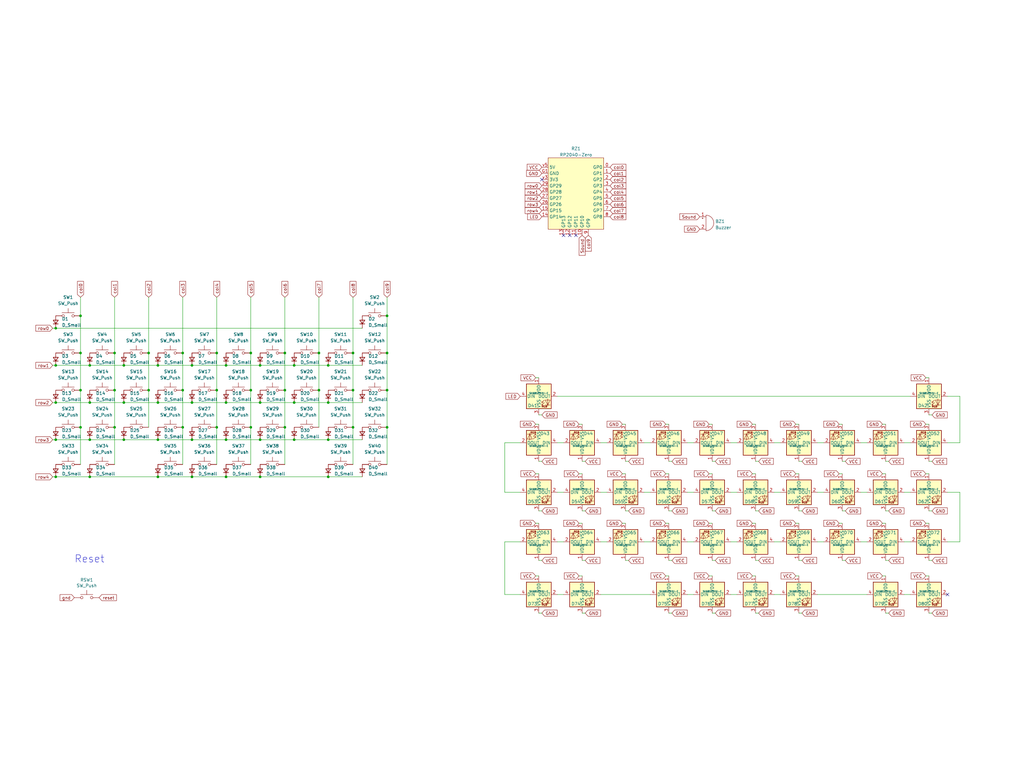
<source format=kicad_sch>
(kicad_sch (version 20230121) (generator eeschema)
  (paper "User" 419.989 319.989)
  (junction (at 102.87 175.26))
  (junction (at 22.86 195.58))
  (junction (at 88.9 175.26))
  (junction (at 144.78 144.78))
  (junction (at 50.8 180.34))
  (junction (at 64.77 165.1))
  (junction (at 144.78 175.26))
  (junction (at 88.9 144.78))
  (junction (at 92.71 180.34))
  (junction (at 158.75 160.02))
  (junction (at 36.83 149.86))
  (junction (at 130.81 144.78))
  (junction (at 36.83 180.34))
  (junction (at 134.62 165.1))
  (junction (at 106.68 195.58))
  (junction (at 106.68 165.1))
  (junction (at 116.84 160.02))
  (junction (at 46.99 175.26))
  (junction (at 102.87 160.02))
  (junction (at 102.87 144.78))
  (junction (at 64.77 149.86))
  (junction (at 120.65 165.1))
  (junction (at 78.74 180.34))
  (junction (at 46.99 144.78))
  (junction (at 92.71 149.86))
  (junction (at 22.86 149.86))
  (junction (at 60.96 144.78))
  (junction (at 120.65 149.86))
  (junction (at 64.77 195.58))
  (junction (at 78.74 195.58))
  (junction (at 74.93 144.78))
  (junction (at 144.78 160.02))
  (junction (at 130.81 160.02))
  (junction (at 36.83 195.58))
  (junction (at 116.84 144.78))
  (junction (at 22.86 165.1))
  (junction (at 33.02 175.26))
  (junction (at 106.68 149.86))
  (junction (at 36.83 165.1))
  (junction (at 50.8 165.1))
  (junction (at 74.93 160.02))
  (junction (at 33.02 129.54))
  (junction (at 158.75 144.78))
  (junction (at 78.74 165.1))
  (junction (at 106.68 180.34))
  (junction (at 46.99 160.02))
  (junction (at 134.62 149.86))
  (junction (at 120.65 180.34))
  (junction (at 33.02 144.78))
  (junction (at 158.75 175.26))
  (junction (at 134.62 195.58))
  (junction (at 64.77 180.34))
  (junction (at 92.71 165.1))
  (junction (at 60.96 160.02))
  (junction (at 88.9 160.02))
  (junction (at 33.02 160.02))
  (junction (at 78.74 149.86))
  (junction (at 22.86 134.62))
  (junction (at 116.84 175.26))
  (junction (at 134.62 180.34))
  (junction (at 92.71 195.58))
  (junction (at 74.93 175.26))
  (junction (at 50.8 149.86))
  (junction (at 22.86 180.34))
  (junction (at 158.75 129.54))
  (no_connect (at 233.68 96.52))
  (no_connect (at 231.14 96.52))
  (no_connect (at 236.22 96.52))
  (no_connect (at 222.25 73.66))
  (no_connect (at 388.62 243.84))
  (wire (pts (xy 228.6 243.84) (xy 231.14 243.84)))
  (wire (pts (xy 311.15 209.55) (xy 309.88 209.55)))
  (wire (pts (xy 382.27 189.23) (xy 381 189.23)))
  (wire (pts (xy 246.38 181.61) (xy 248.92 181.61)))
  (wire (pts (xy 64.77 165.1) (xy 78.74 165.1)))
  (wire (pts (xy 346.71 189.23) (xy 345.44 189.23)))
  (wire (pts (xy 361.95 173.99) (xy 363.22 173.99)))
  (wire (pts (xy 207.01 222.25) (xy 207.01 243.84)))
  (wire (pts (xy 207.01 243.84) (xy 213.36 243.84)))
  (wire (pts (xy 88.9 144.78) (xy 88.9 160.02)))
  (wire (pts (xy 237.49 173.99) (xy 238.76 173.99)))
  (wire (pts (xy 74.93 175.26) (xy 74.93 190.5)))
  (wire (pts (xy 246.38 201.93) (xy 248.92 201.93)))
  (wire (pts (xy 240.03 189.23) (xy 238.76 189.23)))
  (wire (pts (xy 364.49 229.87) (xy 363.22 229.87)))
  (wire (pts (xy 134.62 180.34) (xy 148.59 180.34)))
  (wire (pts (xy 379.73 154.94) (xy 381 154.94)))
  (wire (pts (xy 353.06 201.93) (xy 355.6 201.93)))
  (wire (pts (xy 382.27 251.46) (xy 381 251.46)))
  (wire (pts (xy 326.39 236.22) (xy 327.66 236.22)))
  (wire (pts (xy 102.87 175.26) (xy 102.87 190.5)))
  (wire (pts (xy 361.95 194.31) (xy 363.22 194.31)))
  (wire (pts (xy 106.68 149.86) (xy 120.65 149.86)))
  (wire (pts (xy 116.84 121.92) (xy 116.84 144.78)))
  (wire (pts (xy 346.71 209.55) (xy 345.44 209.55)))
  (wire (pts (xy 21.59 149.86) (xy 22.86 149.86)))
  (wire (pts (xy 46.99 144.78) (xy 46.99 160.02)))
  (wire (pts (xy 22.86 134.62) (xy 148.59 134.62)))
  (wire (pts (xy 382.27 229.87) (xy 381 229.87)))
  (wire (pts (xy 120.65 180.34) (xy 134.62 180.34)))
  (wire (pts (xy 364.49 251.46) (xy 363.22 251.46)))
  (wire (pts (xy 21.59 134.62) (xy 22.86 134.62)))
  (wire (pts (xy 144.78 121.92) (xy 144.78 144.78)))
  (wire (pts (xy 281.94 201.93) (xy 284.48 201.93)))
  (wire (pts (xy 92.71 165.1) (xy 106.68 165.1)))
  (wire (pts (xy 264.16 222.25) (xy 266.7 222.25)))
  (wire (pts (xy 290.83 214.63) (xy 292.1 214.63)))
  (wire (pts (xy 130.81 160.02) (xy 130.81 175.26)))
  (wire (pts (xy 273.05 194.31) (xy 274.32 194.31)))
  (wire (pts (xy 102.87 121.92) (xy 102.87 144.78)))
  (wire (pts (xy 74.93 144.78) (xy 74.93 160.02)))
  (wire (pts (xy 120.65 165.1) (xy 134.62 165.1)))
  (wire (pts (xy 228.6 162.56) (xy 373.38 162.56)))
  (wire (pts (xy 50.8 165.1) (xy 64.77 165.1)))
  (wire (pts (xy 21.59 165.1) (xy 22.86 165.1)))
  (wire (pts (xy 237.49 236.22) (xy 238.76 236.22)))
  (wire (pts (xy 299.72 243.84) (xy 302.26 243.84)))
  (wire (pts (xy 344.17 194.31) (xy 345.44 194.31)))
  (wire (pts (xy 222.25 251.46) (xy 220.98 251.46)))
  (wire (pts (xy 78.74 180.34) (xy 92.71 180.34)))
  (wire (pts (xy 257.81 209.55) (xy 256.54 209.55)))
  (wire (pts (xy 36.83 195.58) (xy 64.77 195.58)))
  (wire (pts (xy 370.84 222.25) (xy 373.38 222.25)))
  (wire (pts (xy 273.05 214.63) (xy 274.32 214.63)))
  (wire (pts (xy 144.78 160.02) (xy 144.78 175.26)))
  (wire (pts (xy 299.72 181.61) (xy 302.26 181.61)))
  (wire (pts (xy 222.25 209.55) (xy 220.98 209.55)))
  (wire (pts (xy 50.8 149.86) (xy 64.77 149.86)))
  (wire (pts (xy 328.93 229.87) (xy 327.66 229.87)))
  (wire (pts (xy 308.61 194.31) (xy 309.88 194.31)))
  (wire (pts (xy 346.71 229.87) (xy 345.44 229.87)))
  (wire (pts (xy 158.75 175.26) (xy 158.75 190.5)))
  (wire (pts (xy 60.96 144.78) (xy 60.96 160.02)))
  (wire (pts (xy 219.71 154.94) (xy 220.98 154.94)))
  (wire (pts (xy 379.73 194.31) (xy 381 194.31)))
  (wire (pts (xy 228.6 181.61) (xy 231.14 181.61)))
  (wire (pts (xy 22.86 195.58) (xy 36.83 195.58)))
  (wire (pts (xy 293.37 189.23) (xy 292.1 189.23)))
  (wire (pts (xy 393.7 201.93) (xy 393.7 222.25)))
  (wire (pts (xy 299.72 222.25) (xy 302.26 222.25)))
  (wire (pts (xy 308.61 173.99) (xy 309.88 173.99)))
  (wire (pts (xy 88.9 175.26) (xy 88.9 190.5)))
  (wire (pts (xy 370.84 181.61) (xy 373.38 181.61)))
  (wire (pts (xy 134.62 149.86) (xy 148.59 149.86)))
  (wire (pts (xy 240.03 229.87) (xy 238.76 229.87)))
  (wire (pts (xy 393.7 181.61) (xy 388.62 181.61)))
  (wire (pts (xy 388.62 162.56) (xy 393.7 162.56)))
  (wire (pts (xy 144.78 144.78) (xy 144.78 160.02)))
  (wire (pts (xy 311.15 189.23) (xy 309.88 189.23)))
  (wire (pts (xy 273.05 173.99) (xy 274.32 173.99)))
  (wire (pts (xy 106.68 195.58) (xy 134.62 195.58)))
  (wire (pts (xy 46.99 121.92) (xy 46.99 144.78)))
  (wire (pts (xy 78.74 165.1) (xy 92.71 165.1)))
  (wire (pts (xy 64.77 180.34) (xy 78.74 180.34)))
  (wire (pts (xy 275.59 251.46) (xy 274.32 251.46)))
  (wire (pts (xy 213.36 222.25) (xy 207.01 222.25)))
  (wire (pts (xy 21.59 195.58) (xy 22.86 195.58)))
  (wire (pts (xy 158.75 144.78) (xy 158.75 160.02)))
  (wire (pts (xy 74.93 160.02) (xy 74.93 175.26)))
  (wire (pts (xy 22.86 165.1) (xy 36.83 165.1)))
  (wire (pts (xy 222.25 229.87) (xy 220.98 229.87)))
  (wire (pts (xy 102.87 144.78) (xy 102.87 160.02)))
  (wire (pts (xy 21.59 180.34) (xy 22.86 180.34)))
  (wire (pts (xy 293.37 229.87) (xy 292.1 229.87)))
  (wire (pts (xy 102.87 160.02) (xy 102.87 175.26)))
  (wire (pts (xy 92.71 180.34) (xy 106.68 180.34)))
  (wire (pts (xy 158.75 160.02) (xy 158.75 175.26)))
  (wire (pts (xy 364.49 189.23) (xy 363.22 189.23)))
  (wire (pts (xy 237.49 194.31) (xy 238.76 194.31)))
  (wire (pts (xy 273.05 236.22) (xy 274.32 236.22)))
  (wire (pts (xy 344.17 173.99) (xy 345.44 173.99)))
  (wire (pts (xy 219.71 214.63) (xy 220.98 214.63)))
  (wire (pts (xy 393.7 162.56) (xy 393.7 181.61)))
  (wire (pts (xy 106.68 165.1) (xy 120.65 165.1)))
  (wire (pts (xy 240.03 209.55) (xy 238.76 209.55)))
  (wire (pts (xy 379.73 173.99) (xy 381 173.99)))
  (wire (pts (xy 335.28 201.93) (xy 337.82 201.93)))
  (wire (pts (xy 264.16 181.61) (xy 266.7 181.61)))
  (wire (pts (xy 308.61 236.22) (xy 309.88 236.22)))
  (wire (pts (xy 311.15 229.87) (xy 309.88 229.87)))
  (wire (pts (xy 290.83 236.22) (xy 292.1 236.22)))
  (wire (pts (xy 326.39 173.99) (xy 327.66 173.99)))
  (wire (pts (xy 222.25 170.18) (xy 220.98 170.18)))
  (wire (pts (xy 46.99 175.26) (xy 46.99 190.5)))
  (wire (pts (xy 144.78 175.26) (xy 144.78 190.5)))
  (wire (pts (xy 74.93 121.92) (xy 74.93 144.78)))
  (wire (pts (xy 335.28 222.25) (xy 337.82 222.25)))
  (wire (pts (xy 335.28 243.84) (xy 355.6 243.84)))
  (wire (pts (xy 255.27 194.31) (xy 256.54 194.31)))
  (wire (pts (xy 246.38 243.84) (xy 266.7 243.84)))
  (wire (pts (xy 134.62 165.1) (xy 148.59 165.1)))
  (wire (pts (xy 116.84 144.78) (xy 116.84 160.02)))
  (wire (pts (xy 393.7 222.25) (xy 388.62 222.25)))
  (wire (pts (xy 255.27 173.99) (xy 256.54 173.99)))
  (wire (pts (xy 281.94 243.84) (xy 284.48 243.84)))
  (wire (pts (xy 158.75 121.92) (xy 158.75 129.54)))
  (wire (pts (xy 237.49 214.63) (xy 238.76 214.63)))
  (wire (pts (xy 219.71 173.99) (xy 220.98 173.99)))
  (wire (pts (xy 328.93 251.46) (xy 327.66 251.46)))
  (wire (pts (xy 116.84 160.02) (xy 116.84 175.26)))
  (wire (pts (xy 326.39 214.63) (xy 327.66 214.63)))
  (wire (pts (xy 382.27 170.18) (xy 381 170.18)))
  (wire (pts (xy 246.38 222.25) (xy 248.92 222.25)))
  (wire (pts (xy 33.02 175.26) (xy 33.02 190.5)))
  (wire (pts (xy 213.36 181.61) (xy 207.01 181.61)))
  (wire (pts (xy 275.59 229.87) (xy 274.32 229.87)))
  (wire (pts (xy 207.01 201.93) (xy 213.36 201.93)))
  (wire (pts (xy 370.84 243.84) (xy 373.38 243.84)))
  (wire (pts (xy 88.9 121.92) (xy 88.9 144.78)))
  (wire (pts (xy 335.28 181.61) (xy 337.82 181.61)))
  (wire (pts (xy 317.5 181.61) (xy 320.04 181.61)))
  (wire (pts (xy 293.37 209.55) (xy 292.1 209.55)))
  (wire (pts (xy 33.02 129.54) (xy 33.02 144.78)))
  (wire (pts (xy 219.71 236.22) (xy 220.98 236.22)))
  (wire (pts (xy 22.86 180.34) (xy 36.83 180.34)))
  (wire (pts (xy 36.83 149.86) (xy 50.8 149.86)))
  (wire (pts (xy 78.74 195.58) (xy 92.71 195.58)))
  (wire (pts (xy 92.71 195.58) (xy 106.68 195.58)))
  (wire (pts (xy 64.77 195.58) (xy 78.74 195.58)))
  (wire (pts (xy 281.94 222.25) (xy 284.48 222.25)))
  (wire (pts (xy 281.94 181.61) (xy 284.48 181.61)))
  (wire (pts (xy 130.81 144.78) (xy 130.81 160.02)))
  (wire (pts (xy 50.8 180.34) (xy 64.77 180.34)))
  (wire (pts (xy 379.73 214.63) (xy 381 214.63)))
  (wire (pts (xy 328.93 189.23) (xy 327.66 189.23)))
  (wire (pts (xy 326.39 194.31) (xy 327.66 194.31)))
  (wire (pts (xy 293.37 251.46) (xy 292.1 251.46)))
  (wire (pts (xy 370.84 201.93) (xy 373.38 201.93)))
  (wire (pts (xy 364.49 209.55) (xy 363.22 209.55)))
  (wire (pts (xy 46.99 160.02) (xy 46.99 175.26)))
  (wire (pts (xy 158.75 129.54) (xy 158.75 144.78)))
  (wire (pts (xy 60.96 121.92) (xy 60.96 144.78)))
  (wire (pts (xy 275.59 209.55) (xy 274.32 209.55)))
  (wire (pts (xy 382.27 209.55) (xy 381 209.55)))
  (wire (pts (xy 257.81 189.23) (xy 256.54 189.23)))
  (wire (pts (xy 219.71 194.31) (xy 220.98 194.31)))
  (wire (pts (xy 317.5 243.84) (xy 320.04 243.84)))
  (wire (pts (xy 228.6 222.25) (xy 231.14 222.25)))
  (wire (pts (xy 317.5 201.93) (xy 320.04 201.93)))
  (wire (pts (xy 311.15 251.46) (xy 309.88 251.46)))
  (wire (pts (xy 290.83 173.99) (xy 292.1 173.99)))
  (wire (pts (xy 207.01 181.61) (xy 207.01 201.93)))
  (wire (pts (xy 353.06 222.25) (xy 355.6 222.25)))
  (wire (pts (xy 328.93 209.55) (xy 327.66 209.55)))
  (wire (pts (xy 33.02 144.78) (xy 33.02 160.02)))
  (wire (pts (xy 64.77 149.86) (xy 78.74 149.86)))
  (wire (pts (xy 88.9 160.02) (xy 88.9 175.26)))
  (wire (pts (xy 33.02 121.92) (xy 33.02 129.54)))
  (wire (pts (xy 134.62 195.58) (xy 148.59 195.58)))
  (wire (pts (xy 257.81 229.87) (xy 256.54 229.87)))
  (wire (pts (xy 299.72 201.93) (xy 302.26 201.93)))
  (wire (pts (xy 130.81 121.92) (xy 130.81 144.78)))
  (wire (pts (xy 317.5 222.25) (xy 320.04 222.25)))
  (wire (pts (xy 353.06 181.61) (xy 355.6 181.61)))
  (wire (pts (xy 36.83 165.1) (xy 50.8 165.1)))
  (wire (pts (xy 388.62 201.93) (xy 393.7 201.93)))
  (wire (pts (xy 308.61 214.63) (xy 309.88 214.63)))
  (wire (pts (xy 228.6 201.93) (xy 231.14 201.93)))
  (wire (pts (xy 60.96 160.02) (xy 60.96 175.26)))
  (wire (pts (xy 255.27 214.63) (xy 256.54 214.63)))
  (wire (pts (xy 222.25 189.23) (xy 220.98 189.23)))
  (wire (pts (xy 290.83 194.31) (xy 292.1 194.31)))
  (wire (pts (xy 106.68 180.34) (xy 120.65 180.34)))
  (wire (pts (xy 264.16 201.93) (xy 266.7 201.93)))
  (wire (pts (xy 92.71 149.86) (xy 106.68 149.86)))
  (wire (pts (xy 120.65 149.86) (xy 134.62 149.86)))
  (wire (pts (xy 344.17 214.63) (xy 345.44 214.63)))
  (wire (pts (xy 22.86 149.86) (xy 36.83 149.86)))
  (wire (pts (xy 275.59 189.23) (xy 274.32 189.23)))
  (wire (pts (xy 78.74 149.86) (xy 92.71 149.86)))
  (wire (pts (xy 116.84 175.26) (xy 116.84 190.5)))
  (wire (pts (xy 379.73 236.22) (xy 381 236.22)))
  (wire (pts (xy 361.95 236.22) (xy 363.22 236.22)))
  (wire (pts (xy 36.83 180.34) (xy 50.8 180.34)))
  (wire (pts (xy 240.03 251.46) (xy 238.76 251.46)))
  (wire (pts (xy 33.02 160.02) (xy 33.02 175.26)))
  (wire (pts (xy 361.95 214.63) (xy 363.22 214.63)))
  (text "Reset" (at 30.48 231.14 0) (effects (font (size 2.9972 2.9972)) (justify left bottom)))
  (global_label "GND" (shape input) (at 328.93 251.46 0) (property "Intersheetrefs" "${INTERSHEET_REFS}" (effects hide)))
  (global_label "VCC" (shape input) (at 219.71 194.31 180) (property "Intersheetrefs" "${INTERSHEET_REFS}" (effects hide)))
  (global_label "GND" (shape input) (at 364.49 251.46 0) (property "Intersheetrefs" "${INTERSHEET_REFS}" (effects hide)))
  (global_label "GND" (shape input) (at 222.25 170.18 0) (property "Intersheetrefs" "${INTERSHEET_REFS}" (effects hide)))
  (global_label "row3" (shape input) (at 222.25 83.82 180) (property "Intersheetrefs" "${INTERSHEET_REFS}" (effects hide)))
  (global_label "VCC" (shape input) (at 255.27 194.31 180) (property "Intersheetrefs" "${INTERSHEET_REFS}" (effects hide)))
  (global_label "VCC" (shape input) (at 237.49 194.31 180) (property "Intersheetrefs" "${INTERSHEET_REFS}" (effects hide)))
  (global_label "GND" (shape input) (at 311.15 251.46 0) (property "Intersheetrefs" "${INTERSHEET_REFS}" (effects hide)))
  (global_label "row1" (shape input) (at 222.25 78.74 180) (property "Intersheetrefs" "${INTERSHEET_REFS}" (effects hide)))
  (global_label "VCC" (shape input) (at 240.03 229.87 0) (property "Intersheetrefs" "${INTERSHEET_REFS}" (effects hide)))
  (global_label "VCC" (shape input) (at 219.71 236.22 180) (property "Intersheetrefs" "${INTERSHEET_REFS}" (effects hide)))
  (global_label "VCC" (shape input) (at 237.49 236.22 180) (property "Intersheetrefs" "${INTERSHEET_REFS}" (effects hide)))
  (global_label "VCC" (shape input) (at 328.93 229.87 0) (property "Intersheetrefs" "${INTERSHEET_REFS}" (effects hide)))
  (global_label "col1" (shape input) (at 46.99 121.92 90) (property "Intersheetrefs" "${INTERSHEET_REFS}" (effects hide)))
  (global_label "GND" (shape input) (at 290.83 214.63 180) (property "Intersheetrefs" "${INTERSHEET_REFS}" (effects hide)))
  (global_label "VCC" (shape input) (at 222.25 68.58 180) (property "Intersheetrefs" "${INTERSHEET_REFS}" (effects hide)))
  (global_label "col8" (shape input) (at 144.78 121.92 90) (property "Intersheetrefs" "${INTERSHEET_REFS}" (effects hide)))
  (global_label "LED" (shape input) (at 222.25 88.9 180) (property "Intersheetrefs" "${INTERSHEET_REFS}" (effects hide)))
  (global_label "GND" (shape input) (at 237.49 173.99 180) (property "Intersheetrefs" "${INTERSHEET_REFS}" (effects hide)))
  (global_label "reset" (shape input) (at 40.64 245.11 0) (property "Intersheetrefs" "${INTERSHEET_REFS}" (effects hide)))
  (global_label "row2" (shape input) (at 222.25 81.28 180) (property "Intersheetrefs" "${INTERSHEET_REFS}" (effects hide)))
  (global_label "row4" (shape input) (at 21.59 195.58 180) (property "Intersheetrefs" "${INTERSHEET_REFS}" (effects hide)))
  (global_label "row1" (shape input) (at 21.59 149.86 180) (property "Intersheetrefs" "${INTERSHEET_REFS}" (effects hide)))
  (global_label "GND" (shape input) (at 326.39 214.63 180) (property "Intersheetrefs" "${INTERSHEET_REFS}" (effects hide)))
  (global_label "GND" (shape input) (at 222.25 251.46 0) (property "Intersheetrefs" "${INTERSHEET_REFS}" (effects hide)))
  (global_label "GND" (shape input) (at 222.25 71.12 180) (property "Intersheetrefs" "${INTERSHEET_REFS}" (effects hide)))
  (global_label "VCC" (shape input) (at 293.37 229.87 0) (property "Intersheetrefs" "${INTERSHEET_REFS}" (effects hide)))
  (global_label "VCC" (shape input) (at 326.39 194.31 180) (property "Intersheetrefs" "${INTERSHEET_REFS}" (effects hide)))
  (global_label "GND" (shape input) (at 382.27 209.55 0) (property "Intersheetrefs" "${INTERSHEET_REFS}" (effects hide)))
  (global_label "GND" (shape input) (at 346.71 209.55 0) (property "Intersheetrefs" "${INTERSHEET_REFS}" (effects hide)))
  (global_label "GND" (shape input) (at 237.49 214.63 180) (property "Intersheetrefs" "${INTERSHEET_REFS}" (effects hide)))
  (global_label "GND" (shape input) (at 293.37 251.46 0) (property "Intersheetrefs" "${INTERSHEET_REFS}" (effects hide)))
  (global_label "GND" (shape input) (at 379.73 173.99 180) (property "Intersheetrefs" "${INTERSHEET_REFS}" (effects hide)))
  (global_label "VCC" (shape input) (at 379.73 194.31 180) (property "Intersheetrefs" "${INTERSHEET_REFS}" (effects hide)))
  (global_label "col3" (shape input) (at 74.93 121.92 90) (property "Intersheetrefs" "${INTERSHEET_REFS}" (effects hide)))
  (global_label "VCC" (shape input) (at 273.05 194.31 180) (property "Intersheetrefs" "${INTERSHEET_REFS}" (effects hide)))
  (global_label "VCC" (shape input) (at 293.37 189.23 0) (property "Intersheetrefs" "${INTERSHEET_REFS}" (effects hide)))
  (global_label "col6" (shape input) (at 116.84 121.92 90) (property "Intersheetrefs" "${INTERSHEET_REFS}" (effects hide)))
  (global_label "VCC" (shape input) (at 382.27 189.23 0) (property "Intersheetrefs" "${INTERSHEET_REFS}" (effects hide)))
  (global_label "col5" (shape input) (at 102.87 121.92 90) (property "Intersheetrefs" "${INTERSHEET_REFS}" (effects hide)))
  (global_label "VCC" (shape input) (at 257.81 229.87 0) (property "Intersheetrefs" "${INTERSHEET_REFS}" (effects hide)))
  (global_label "col7" (shape input) (at 130.81 121.92 90) (property "Intersheetrefs" "${INTERSHEET_REFS}" (effects hide)))
  (global_label "VCC" (shape input) (at 257.81 189.23 0) (property "Intersheetrefs" "${INTERSHEET_REFS}" (effects hide)))
  (global_label "GND" (shape input) (at 290.83 173.99 180) (property "Intersheetrefs" "${INTERSHEET_REFS}" (effects hide)))
  (global_label "VCC" (shape input) (at 290.83 194.31 180) (property "Intersheetrefs" "${INTERSHEET_REFS}" (effects hide)))
  (global_label "GND" (shape input) (at 275.59 251.46 0) (property "Intersheetrefs" "${INTERSHEET_REFS}" (effects hide)))
  (global_label "row4" (shape input) (at 222.25 86.36 180) (property "Intersheetrefs" "${INTERSHEET_REFS}" (effects hide)))
  (global_label "VCC" (shape input) (at 379.73 236.22 180) (property "Intersheetrefs" "${INTERSHEET_REFS}" (effects hide)))
  (global_label "VCC" (shape input) (at 275.59 189.23 0) (property "Intersheetrefs" "${INTERSHEET_REFS}" (effects hide)))
  (global_label "Sound" (shape input) (at 238.76 96.52 270) (property "Intersheetrefs" "${INTERSHEET_REFS}" (effects hide)))
  (global_label "VCC" (shape input) (at 240.03 189.23 0) (property "Intersheetrefs" "${INTERSHEET_REFS}" (effects hide)))
  (global_label "GND" (shape input) (at 344.17 214.63 180) (property "Intersheetrefs" "${INTERSHEET_REFS}" (effects hide)))
  (global_label "col9" (shape input) (at 158.75 121.92 90) (property "Intersheetrefs" "${INTERSHEET_REFS}" (effects hide)))
  (global_label "GND" (shape input) (at 293.37 209.55 0) (property "Intersheetrefs" "${INTERSHEET_REFS}" (effects hide)))
  (global_label "VCC" (shape input) (at 311.15 189.23 0) (property "Intersheetrefs" "${INTERSHEET_REFS}" (effects hide)))
  (global_label "VCC" (shape input) (at 346.71 189.23 0) (property "Intersheetrefs" "${INTERSHEET_REFS}" (effects hide)))
  (global_label "VCC" (shape input) (at 346.71 229.87 0) (property "Intersheetrefs" "${INTERSHEET_REFS}" (effects hide)))
  (global_label "GND" (shape input) (at 255.27 214.63 180) (property "Intersheetrefs" "${INTERSHEET_REFS}" (effects hide)))
  (global_label "col2" (shape input) (at 60.96 121.92 90) (property "Intersheetrefs" "${INTERSHEET_REFS}" (effects hide)))
  (global_label "GND" (shape input) (at 275.59 209.55 0) (property "Intersheetrefs" "${INTERSHEET_REFS}" (effects hide)))
  (global_label "VCC" (shape input) (at 344.17 194.31 180) (property "Intersheetrefs" "${INTERSHEET_REFS}" (effects hide)))
  (global_label "GND" (shape input) (at 222.25 209.55 0) (property "Intersheetrefs" "${INTERSHEET_REFS}" (effects hide)))
  (global_label "GND" (shape input) (at 382.27 251.46 0) (property "Intersheetrefs" "${INTERSHEET_REFS}" (effects hide)))
  (global_label "VCC" (shape input) (at 379.73 154.94 180) (property "Intersheetrefs" "${INTERSHEET_REFS}" (effects hide)))
  (global_label "VCC" (shape input) (at 275.59 229.87 0) (property "Intersheetrefs" "${INTERSHEET_REFS}" (effects hide)))
  (global_label "GND" (shape input) (at 219.71 173.99 180) (property "Intersheetrefs" "${INTERSHEET_REFS}" (effects hide)))
  (global_label "row0" (shape input) (at 222.25 76.2 180) (property "Intersheetrefs" "${INTERSHEET_REFS}" (effects hide)))
  (global_label "GND" (shape input) (at 344.17 173.99 180) (property "Intersheetrefs" "${INTERSHEET_REFS}" (effects hide)))
  (global_label "VCC" (shape input) (at 219.71 154.94 180) (property "Intersheetrefs" "${INTERSHEET_REFS}" (effects hide)))
  (global_label "VCC" (shape input) (at 222.25 229.87 0) (property "Intersheetrefs" "${INTERSHEET_REFS}" (effects hide)))
  (global_label "VCC" (shape input) (at 328.93 189.23 0) (property "Intersheetrefs" "${INTERSHEET_REFS}" (effects hide)))
  (global_label "gnd" (shape input) (at 30.48 245.11 180) (property "Intersheetrefs" "${INTERSHEET_REFS}" (effects hide)))
  (global_label "GND" (shape input) (at 240.03 251.46 0) (property "Intersheetrefs" "${INTERSHEET_REFS}" (effects hide)))
  (global_label "GND" (shape input) (at 255.27 173.99 180) (property "Intersheetrefs" "${INTERSHEET_REFS}" (effects hide)))
  (global_label "VCC" (shape input) (at 308.61 236.22 180) (property "Intersheetrefs" "${INTERSHEET_REFS}" (effects hide)))
  (global_label "VCC" (shape input) (at 361.95 194.31 180) (property "Intersheetrefs" "${INTERSHEET_REFS}" (effects hide)))
  (global_label "col4" (shape input) (at 250.19 78.74 0) (property "Intersheetrefs" "${INTERSHEET_REFS}" (effects hide)))
  (global_label "col3" (shape input) (at 250.19 76.2 0) (property "Intersheetrefs" "${INTERSHEET_REFS}" (effects hide)))
  (global_label "GND" (shape input) (at 257.81 209.55 0) (property "Intersheetrefs" "${INTERSHEET_REFS}" (effects hide)))
  (global_label "GND" (shape input) (at 382.27 170.18 0) (property "Intersheetrefs" "${INTERSHEET_REFS}" (effects hide)))
  (global_label "col4" (shape input) (at 88.9 121.92 90) (property "Intersheetrefs" "${INTERSHEET_REFS}" (effects hide)))
  (global_label "col8" (shape input) (at 250.19 88.9 0) (property "Intersheetrefs" "${INTERSHEET_REFS}" (effects hide)))
  (global_label "VCC" (shape input) (at 311.15 229.87 0) (property "Intersheetrefs" "${INTERSHEET_REFS}" (effects hide)))
  (global_label "GND" (shape input) (at 364.49 209.55 0) (property "Intersheetrefs" "${INTERSHEET_REFS}" (effects hide)))
  (global_label "GND" (shape input) (at 287.02 93.98 180) (property "Intersheetrefs" "${INTERSHEET_REFS}" (effects hide)))
  (global_label "GND" (shape input) (at 361.95 214.63 180) (property "Intersheetrefs" "${INTERSHEET_REFS}" (effects hide)))
  (global_label "col0" (shape input) (at 33.02 121.92 90) (property "Intersheetrefs" "${INTERSHEET_REFS}" (effects hide)))
  (global_label "GND" (shape input) (at 273.05 173.99 180) (property "Intersheetrefs" "${INTERSHEET_REFS}" (effects hide)))
  (global_label "col0" (shape input) (at 250.19 68.58 0) (property "Intersheetrefs" "${INTERSHEET_REFS}" (effects hide)))
  (global_label "VCC" (shape input) (at 308.61 194.31 180) (property "Intersheetrefs" "${INTERSHEET_REFS}" (effects hide)))
  (global_label "VCC" (shape input) (at 364.49 229.87 0) (property "Intersheetrefs" "${INTERSHEET_REFS}" (effects hide)))
  (global_label "GND" (shape input) (at 328.93 209.55 0) (property "Intersheetrefs" "${INTERSHEET_REFS}" (effects hide)))
  (global_label "col1" (shape input) (at 250.19 71.12 0) (property "Intersheetrefs" "${INTERSHEET_REFS}" (effects hide)))
  (global_label "VCC" (shape input) (at 361.95 236.22 180) (property "Intersheetrefs" "${INTERSHEET_REFS}" (effects hide)))
  (global_label "GND" (shape input) (at 308.61 173.99 180) (property "Intersheetrefs" "${INTERSHEET_REFS}" (effects hide)))
  (global_label "row0" (shape input) (at 21.59 134.62 180) (property "Intersheetrefs" "${INTERSHEET_REFS}" (effects hide)))
  (global_label "GND" (shape input) (at 308.61 214.63 180) (property "Intersheetrefs" "${INTERSHEET_REFS}" (effects hide)))
  (global_label "GND" (shape input) (at 379.73 214.63 180) (property "Intersheetrefs" "${INTERSHEET_REFS}" (effects hide)))
  (global_label "GND" (shape input) (at 326.39 173.99 180) (property "Intersheetrefs" "${INTERSHEET_REFS}" (effects hide)))
  (global_label "VCC" (shape input) (at 326.39 236.22 180) (property "Intersheetrefs" "${INTERSHEET_REFS}" (effects hide)))
  (global_label "VCC" (shape input) (at 222.25 189.23 0) (property "Intersheetrefs" "${INTERSHEET_REFS}" (effects hide)))
  (global_label "GND" (shape input) (at 273.05 214.63 180) (property "Intersheetrefs" "${INTERSHEET_REFS}" (effects hide)))
  (global_label "GND" (shape input) (at 361.95 173.99 180) (property "Intersheetrefs" "${INTERSHEET_REFS}" (effects hide)))
  (global_label "col7" (shape input) (at 250.19 86.36 0) (property "Intersheetrefs" "${INTERSHEET_REFS}" (effects hide)))
  (global_label "GND" (shape input) (at 240.03 209.55 0) (property "Intersheetrefs" "${INTERSHEET_REFS}" (effects hide)))
  (global_label "col6" (shape input) (at 250.19 83.82 0) (property "Intersheetrefs" "${INTERSHEET_REFS}" (effects hide)))
  (global_label "VCC" (shape input) (at 290.83 236.22 180) (property "Intersheetrefs" "${INTERSHEET_REFS}" (effects hide)))
  (global_label "row3" (shape input) (at 21.59 180.34 180) (property "Intersheetrefs" "${INTERSHEET_REFS}" (effects hide)))
  (global_label "col5" (shape input) (at 250.19 81.28 0) (property "Intersheetrefs" "${INTERSHEET_REFS}" (effects hide)))
  (global_label "col9" (shape input) (at 241.3 96.52 270) (property "Intersheetrefs" "${INTERSHEET_REFS}" (effects hide)))
  (global_label "LED" (shape input) (at 213.36 162.56 180) (property "Intersheetrefs" "${INTERSHEET_REFS}" (effects hide)))
  (global_label "GND" (shape input) (at 311.15 209.55 0) (property "Intersheetrefs" "${INTERSHEET_REFS}" (effects hide)))
  (global_label "row2" (shape input) (at 21.59 165.1 180) (property "Intersheetrefs" "${INTERSHEET_REFS}" (effects hide)))
  (global_label "Sound" (shape input) (at 287.02 88.9 180) (property "Intersheetrefs" "${INTERSHEET_REFS}" (effects hide)))
  (global_label "VCC" (shape input) (at 364.49 189.23 0) (property "Intersheetrefs" "${INTERSHEET_REFS}" (effects hide)))
  (global_label "VCC" (shape input) (at 382.27 229.87 0) (property "Intersheetrefs" "${INTERSHEET_REFS}" (effects hide)))
  (global_label "GND" (shape input) (at 219.71 214.63 180) (property "Intersheetrefs" "${INTERSHEET_REFS}" (effects hide)))
  (global_label "VCC" (shape input) (at 273.05 236.22 180) (property "Intersheetrefs" "${INTERSHEET_REFS}" (effects hide)))
  (global_label "col2" (shape input) (at 250.19 73.66 0) (property "Intersheetrefs" "${INTERSHEET_REFS}" (effects hide)))
  (symbol (lib_id "ENDGAME_UWU_Gatekeeper_stuff:SW_Push") (at 27.94 144.78 0) (unit 1)
    (property "Reference" "SW3" (at 27.94 137.16 0))
    (property "Value" "SW_Push" (at 27.94 139.7 0))
    (property "Footprint" "UWUmasterGatekeeperHusoLib:Kailh_socket_PG1350 LED Window ME Version V2" (effects hide))
  )
  (symbol (lib_id "ENDGAME_UWU_Gatekeeper_stuff:SW_Push") (at 97.79 190.5 0) (unit 1)
    (property "Reference" "SW37" (at 97.79 182.88 0))
    (property "Value" "SW_Push" (at 97.79 185.42 0))
    (property "Footprint" "UWUmasterGatekeeperHusoLib:Kailh_socket_PG1350 LED Window ME Version V2" (effects hide))
  )
  (symbol (lib_id "ENDGAME_UWU_Gatekeeper_stuff:D_Small") (at 64.77 162.56 90) (unit 1)
    (property "Reference" "D16" (at 67.31 161.2899 90) (effects (justify right)))
    (property "Value" "D_Small" (at 67.31 163.8299 90) (effects (justify right)))
    (property "Footprint" "UWUmasterGatekeeperHusoLib:Diode_SOD123 triangle clean" (effects hide))
  )
  (symbol (lib_id "Best Symbol Library Final v3:SK6812MINI-E") (at 256.54 181.61 180) (unit 1)
    (property "Reference" "D45" (at 259.08 177.8 0))
    (property "Value" "SK6812MINI-E" (at 256.54 182.88 0) (effects (font (size 0.7 0.7))))
    (property "Footprint" "UWUmasterGatekeeperHusoLib:SK6812-MINI-E mit LED v2 ohne silk LED FRAME" (effects hide))
  )
  (symbol (lib_id "ENDGAME_UWU_Gatekeeper_stuff:SW_Push") (at 139.7 190.5 0) (unit 1)
    (property "Reference" "SW39" (at 139.7 182.88 0))
    (property "Value" "SW_Push" (at 139.7 185.42 0))
    (property "Footprint" "UWUmasterGatekeeperHusoLib:Kailh_socket_PG1350 LED Window ME Version V2" (effects hide))
  )
  (symbol (lib_id "ENDGAME_UWU_Gatekeeper_stuff:SW_Push") (at 27.94 190.5 0) (unit 1)
    (property "Reference" "SW33" (at 27.94 182.88 0))
    (property "Value" "SW_Push" (at 27.94 185.42 0))
    (property "Footprint" "UWUmasterGatekeeperHusoLib:Kailh_socket_PG1350 LED Window ME Version V2" (effects hide))
  )
  (symbol (lib_id "ENDGAME_UWU_Gatekeeper_stuff:SW_Push") (at 111.76 144.78 0) (unit 1)
    (property "Reference" "SW9" (at 111.76 137.16 0))
    (property "Value" "SW_Push" (at 111.76 139.7 0))
    (property "Footprint" "UWUmasterGatekeeperHusoLib:Kailh_socket_PG1350 LED Window ME Version V2" (effects hide))
  )
  (symbol (lib_id "Best Symbol Library Final v3:SK6812MINI-E") (at 381 162.56 0) (unit 1)
    (property "Reference" "D42" (at 378.46 166.37 0))
    (property "Value" "SK6812MINI-E" (at 381 161.29 0) (effects (font (size 0.7 0.7))))
    (property "Footprint" "UWUmasterGatekeeperHusoLib:SK6812-MINI-E mit LED v2 ohne silk LED FRAME" (effects hide))
  )
  (symbol (lib_id "ENDGAME_UWU_Gatekeeper_stuff:D_Small") (at 106.68 177.8 90) (unit 1)
    (property "Reference" "D29" (at 109.22 176.5299 90) (effects (justify right)))
    (property "Value" "D_Small" (at 109.22 179.0699 90) (effects (justify right)))
    (property "Footprint" "UWUmasterGatekeeperHusoLib:Diode_SOD123 triangle clean" (effects hide))
  )
  (symbol (lib_id "ENDGAME_UWU_Gatekeeper_stuff:SW_Push") (at 83.82 190.5 0) (unit 1)
    (property "Reference" "SW36" (at 83.82 182.88 0))
    (property "Value" "SW_Push" (at 83.82 185.42 0))
    (property "Footprint" "UWUmasterGatekeeperHusoLib:Kailh_socket_PG1350 LED Window ME Version V2" (effects hide))
  )
  (symbol (lib_id "ENDGAME_UWU_Gatekeeper_stuff:D_Small") (at 148.59 193.04 90) (unit 1)
    (property "Reference" "D40" (at 151.13 191.7699 90) (effects (justify right)))
    (property "Value" "D_Small" (at 151.13 194.3099 90) (effects (justify right)))
    (property "Footprint" "UWUmasterGatekeeperHusoLib:Diode_SOD123 triangle clean" (effects hide))
  )
  (symbol (lib_id "Best Symbol Library Final v3:SK6812MINI-E") (at 309.88 222.25 180) (unit 1)
    (property "Reference" "D68" (at 312.42 218.44 0))
    (property "Value" "SK6812MINI-E" (at 309.88 223.52 0) (effects (font (size 0.7 0.7))))
    (property "Footprint" "UWUmasterGatekeeperHusoLib:SK6812-MINI-E mit LED v2 ohne silk LED FRAME" (effects hide))
  )
  (symbol (lib_id "Best Symbol Library Final v3:SK6812MINI-E") (at 220.98 162.56 0) (unit 1)
    (property "Reference" "D41" (at 218.44 166.37 0))
    (property "Value" "SK6812MINI-E" (at 220.98 161.29 0) (effects (font (size 0.7 0.7))))
    (property "Footprint" "UWUmasterGatekeeperHusoLib:SK6812-MINI-E mit LED v2 ohne silk LED FRAME" (effects hide))
  )
  (symbol (lib_id "Best Symbol Library Final v3:SK6812MINI-E") (at 363.22 201.93 0) (unit 1)
    (property "Reference" "D61" (at 360.68 205.74 0))
    (property "Value" "SK6812MINI-E" (at 363.22 200.66 0) (effects (font (size 0.7 0.7))))
    (property "Footprint" "UWUmasterGatekeeperHusoLib:SK6812-MINI-E mit LED v2 ohne silk LED FRAME" (effects hide))
  )
  (symbol (lib_id "ENDGAME_UWU_Gatekeeper_stuff:D_Small") (at 134.62 177.8 90) (unit 1)
    (property "Reference" "D31" (at 137.16 176.5299 90) (effects (justify right)))
    (property "Value" "D_Small" (at 137.16 179.0699 90) (effects (justify right)))
    (property "Footprint" "UWUmasterGatekeeperHusoLib:Diode_SOD123 triangle clean" (effects hide))
  )
  (symbol (lib_id "Best Symbol Library Final v3:SK6812MINI-E") (at 381 222.25 180) (unit 1)
    (property "Reference" "D72" (at 383.54 218.44 0))
    (property "Value" "SK6812MINI-E" (at 381 223.52 0) (effects (font (size 0.7 0.7))))
    (property "Footprint" "UWUmasterGatekeeperHusoLib:SK6812-MINI-E mit LED v2 ohne silk LED FRAME" (effects hide))
  )
  (symbol (lib_id "ENDGAME_UWU_Gatekeeper_stuff:D_Small") (at 50.8 147.32 90) (unit 1)
    (property "Reference" "D5" (at 53.34 146.0499 90) (effects (justify right)))
    (property "Value" "D_Small" (at 53.34 148.5899 90) (effects (justify right)))
    (property "Footprint" "UWUmasterGatekeeperHusoLib:Diode_SOD123 triangle clean" (effects hide))
  )
  (symbol (lib_id "Best Symbol Library Final v3:SK6812MINI-E") (at 327.66 222.25 180) (unit 1)
    (property "Reference" "D69" (at 330.2 218.44 0))
    (property "Value" "SK6812MINI-E" (at 327.66 223.52 0) (effects (font (size 0.7 0.7))))
    (property "Footprint" "UWUmasterGatekeeperHusoLib:SK6812-MINI-E mit LED v2 ohne silk LED FRAME" (effects hide))
  )
  (symbol (lib_id "Best Symbol Library Final v3:RP2040-Zero") (at 234.95 78.74 0) (unit 1)
    (property "Reference" "RZ1" (at 236.22 60.96 0))
    (property "Value" "RP2040-Zero" (at 236.22 63.5 0))
    (property "Footprint" "UWUmasterGatekeeperHusoLib:RP2040-Zero" (effects hide))
  )
  (symbol (lib_id "ENDGAME_UWU_Gatekeeper_stuff:SW_Push") (at 55.88 160.02 0) (unit 1)
    (property "Reference" "SW15" (at 55.88 152.4 0))
    (property "Value" "SW_Push" (at 55.88 154.94 0))
    (property "Footprint" "UWUmasterGatekeeperHusoLib:Kailh_socket_PG1350 LED Window ME Version V2" (effects hide))
  )
  (symbol (lib_id "ENDGAME_UWU_Gatekeeper_stuff:SW_Push") (at 139.7 160.02 0) (unit 1)
    (property "Reference" "SW21" (at 139.7 152.4 0))
    (property "Value" "SW_Push" (at 139.7 154.94 0))
    (property "Footprint" "UWUmasterGatekeeperHusoLib:Kailh_socket_PG1350 LED Window ME Version V2" (effects hide))
  )
  (symbol (lib_id "ENDGAME_UWU_Gatekeeper_stuff:D_Small") (at 120.65 147.32 90) (unit 1)
    (property "Reference" "D10" (at 123.19 146.0499 90) (effects (justify right)))
    (property "Value" "D_Small" (at 123.19 148.5899 90) (effects (justify right)))
    (property "Footprint" "UWUmasterGatekeeperHusoLib:Diode_SOD123 triangle clean" (effects hide))
  )
  (symbol (lib_id "Best Symbol Library Final v3:SK6812MINI-E") (at 292.1 181.61 180) (unit 1)
    (property "Reference" "D47" (at 294.64 177.8 0))
    (property "Value" "SK6812MINI-E" (at 292.1 182.88 0) (effects (font (size 0.7 0.7))))
    (property "Footprint" "UWUmasterGatekeeperHusoLib:SK6812-MINI-E mit LED v2 ohne silk LED FRAME" (effects hide))
  )
  (symbol (lib_id "Best Symbol Library Final v3:SK6812MINI-E") (at 309.88 181.61 180) (unit 1)
    (property "Reference" "D48" (at 312.42 177.8 0))
    (property "Value" "SK6812MINI-E" (at 309.88 182.88 0) (effects (font (size 0.7 0.7))))
    (property "Footprint" "UWUmasterGatekeeperHusoLib:SK6812-MINI-E mit LED v2 ohne silk LED FRAME" (effects hide))
  )
  (symbol (lib_id "ENDGAME_UWU_Gatekeeper_stuff:D_Small") (at 134.62 147.32 90) (unit 1)
    (property "Reference" "D11" (at 137.16 146.0499 90) (effects (justify right)))
    (property "Value" "D_Small" (at 137.16 148.5899 90) (effects (justify right)))
    (property "Footprint" "UWUmasterGatekeeperHusoLib:Diode_SOD123 triangle clean" (effects hide))
  )
  (symbol (lib_id "ENDGAME_UWU_Gatekeeper_stuff:SW_Push") (at 111.76 190.5 0) (unit 1)
    (property "Reference" "SW38" (at 111.76 182.88 0))
    (property "Value" "SW_Push" (at 111.76 185.42 0))
    (property "Footprint" "UWUmasterGatekeeperHusoLib:Kailh_socket_PG1350 LED Window ME Version V2" (effects hide))
  )
  (symbol (lib_id "Best Symbol Library Final v3:SK6812MINI-E") (at 220.98 243.84 0) (unit 1)
    (property "Reference" "D73" (at 218.44 247.65 0))
    (property "Value" "SK6812MINI-E" (at 220.98 242.57 0) (effects (font (size 0.7 0.7))))
    (property "Footprint" "UWUmasterGatekeeperHusoLib:SK6812-MINI-E mit LED v2 ohne silk LED FRAME" (effects hide))
  )
  (symbol (lib_id "Best Symbol Library Final v3:SK6812MINI-E") (at 256.54 201.93 0) (unit 1)
    (property "Reference" "D55" (at 254 205.74 0))
    (property "Value" "SK6812MINI-E" (at 256.54 200.66 0) (effects (font (size 0.7 0.7))))
    (property "Footprint" "UWUmasterGatekeeperHusoLib:SK6812-MINI-E mit LED v2 ohne silk LED FRAME" (effects hide))
  )
  (symbol (lib_id "ENDGAME_UWU_Gatekeeper_stuff:SW_Push") (at 69.85 175.26 0) (unit 1)
    (property "Reference" "SW26" (at 69.85 167.64 0))
    (property "Value" "SW_Push" (at 69.85 170.18 0))
    (property "Footprint" "UWUmasterGatekeeperHusoLib:Kailh_socket_PG1350 LED Window ME Version V2" (effects hide))
  )
  (symbol (lib_id "ENDGAME_UWU_Gatekeeper_stuff:D_Small") (at 92.71 162.56 90) (unit 1)
    (property "Reference" "D18" (at 95.25 161.2899 90) (effects (justify right)))
    (property "Value" "D_Small" (at 95.25 163.8299 90) (effects (justify right)))
    (property "Footprint" "UWUmasterGatekeeperHusoLib:Diode_SOD123 triangle clean" (effects hide))
  )
  (symbol (lib_id "ENDGAME_UWU_Gatekeeper_stuff:D_Small") (at 64.77 177.8 90) (unit 1)
    (property "Reference" "D26" (at 67.31 176.5299 90) (effects (justify right)))
    (property "Value" "D_Small" (at 67.31 179.0699 90) (effects (justify right)))
    (property "Footprint" "UWUmasterGatekeeperHusoLib:Diode_SOD123 triangle clean" (effects hide))
  )
  (symbol (lib_id "ENDGAME_UWU_Gatekeeper_stuff:SW_Push") (at 139.7 144.78 0) (unit 1)
    (property "Reference" "SW11" (at 139.7 137.16 0))
    (property "Value" "SW_Push" (at 139.7 139.7 0))
    (property "Footprint" "UWUmasterGatekeeperHusoLib:Kailh_socket_PG1350 LED Window ME Version V2" (effects hide))
  )
  (symbol (lib_id "Best Symbol Library Final v3:SK6812MINI-E") (at 345.44 201.93 0) (unit 1)
    (property "Reference" "D60" (at 342.9 205.74 0))
    (property "Value" "SK6812MINI-E" (at 345.44 200.66 0) (effects (font (size 0.7 0.7))))
    (property "Footprint" "UWUmasterGatekeeperHusoLib:SK6812-MINI-E mit LED v2 ohne silk LED FRAME" (effects hide))
  )
  (symbol (lib_id "ENDGAME_UWU_Gatekeeper_stuff:SW_Push") (at 55.88 175.26 0) (unit 1)
    (property "Reference" "SW25" (at 55.88 167.64 0))
    (property "Value" "SW_Push" (at 55.88 170.18 0))
    (property "Footprint" "UWUmasterGatekeeperHusoLib:Kailh_socket_PG1350 LED Window ME Version V2" (effects hide))
  )
  (symbol (lib_id "ENDGAME_UWU_Gatekeeper_stuff:SW_Push") (at 153.67 144.78 0) (unit 1)
    (property "Reference" "SW12" (at 153.67 137.16 0))
    (property "Value" "SW_Push" (at 153.67 139.7 0))
    (property "Footprint" "UWUmasterGatekeeperHusoLib:Kailh_socket_PG1350 LED Window ME Version V2" (effects hide))
  )
  (symbol (lib_id "Best Symbol Library Final v3:SK6812MINI-E") (at 238.76 222.25 180) (unit 1)
    (property "Reference" "D64" (at 241.3 218.44 0))
    (property "Value" "SK6812MINI-E" (at 238.76 223.52 0) (effects (font (size 0.7 0.7))))
    (property "Footprint" "UWUmasterGatekeeperHusoLib:SK6812-MINI-E mit LED v2 ohne silk LED FRAME" (effects hide))
  )
  (symbol (lib_id "ENDGAME_UWU_Gatekeeper_stuff:D_Small") (at 92.71 177.8 90) (unit 1)
    (property "Reference" "D28" (at 95.25 176.5299 90) (effects (justify right)))
    (property "Value" "D_Small" (at 95.25 179.0699 90) (effects (justify right)))
    (property "Footprint" "UWUmasterGatekeeperHusoLib:Diode_SOD123 triangle clean" (effects hide))
  )
  (symbol (lib_id "ENDGAME_UWU_Gatekeeper_stuff:D_Small") (at 36.83 147.32 90) (unit 1)
    (property "Reference" "D4" (at 39.37 146.0499 90) (effects (justify right)))
    (property "Value" "D_Small" (at 39.37 148.5899 90) (effects (justify right)))
    (property "Footprint" "UWUmasterGatekeeperHusoLib:Diode_SOD123 triangle clean" (effects hide))
  )
  (symbol (lib_id "Best Symbol Library Final v3:SK6812MINI-E") (at 238.76 243.84 0) (unit 1)
    (property "Reference" "D74" (at 236.22 247.65 0))
    (property "Value" "SK6812MINI-E" (at 238.76 242.57 0) (effects (font (size 0.7 0.7))))
    (property "Footprint" "UWUmasterGatekeeperHusoLib:SK6812-MINI-E mit LED v2 ohne silk LED FRAME" (effects hide))
  )
  (symbol (lib_id "Best Symbol Library Final v3:SK6812MINI-E") (at 292.1 222.25 180) (unit 1)
    (property "Reference" "D67" (at 294.64 218.44 0))
    (property "Value" "SK6812MINI-E" (at 292.1 223.52 0) (effects (font (size 0.7 0.7))))
    (property "Footprint" "UWUmasterGatekeeperHusoLib:SK6812-MINI-E mit LED v2 ohne silk LED FRAME" (effects hide))
  )
  (symbol (lib_id "ENDGAME_UWU_Gatekeeper_stuff:SW_Push") (at 27.94 175.26 0) (unit 1)
    (property "Reference" "SW23" (at 27.94 167.64 0))
    (property "Value" "SW_Push" (at 27.94 170.18 0))
    (property "Footprint" "UWUmasterGatekeeperHusoLib:Kailh_socket_PG1350 LED Window ME Version V2" (effects hide))
  )
  (symbol (lib_id "Best Symbol Library Final v3:SK6812MINI-E") (at 381 243.84 0) (unit 1)
    (property "Reference" "D80" (at 378.46 247.65 0))
    (property "Value" "SK6812MINI-E" (at 381 242.57 0) (effects (font (size 0.7 0.7))))
    (property "Footprint" "UWUmasterGatekeeperHusoLib:SK6812-MINI-E mit LED v2 ohne silk LED FRAME" (effects hide))
  )
  (symbol (lib_id "ENDGAME_UWU_Gatekeeper_stuff:D_Small") (at 36.83 177.8 90) (unit 1)
    (property "Reference" "D24" (at 39.37 176.5299 90) (effects (justify right)))
    (property "Value" "D_Small" (at 39.37 179.0699 90) (effects (justify right)))
    (property "Footprint" "UWUmasterGatekeeperHusoLib:Diode_SOD123 triangle clean" (effects hide))
  )
  (symbol (lib_id "ENDGAME_UWU_Gatekeeper_stuff:SW_Push") (at 41.91 175.26 0) (unit 1)
    (property "Reference" "SW24" (at 41.91 167.64 0))
    (property "Value" "SW_Push" (at 41.91 170.18 0))
    (property "Footprint" "UWUmasterGatekeeperHusoLib:Kailh_socket_PG1350 LED Window ME Version V2" (effects hide))
  )
  (symbol (lib_id "ENDGAME_UWU_Gatekeeper_stuff:D_Small") (at 134.62 162.56 90) (unit 1)
    (property "Reference" "D21" (at 137.16 161.2899 90) (effects (justify right)))
    (property "Value" "D_Small" (at 137.16 163.8299 90) (effects (justify right)))
    (property "Footprint" "UWUmasterGatekeeperHusoLib:Diode_SOD123 triangle clean" (effects hide))
  )
  (symbol (lib_id "Best Symbol Library Final v3:SK6812MINI-E") (at 238.76 181.61 180) (unit 1)
    (property "Reference" "D44" (at 241.3 177.8 0))
    (property "Value" "SK6812MINI-E" (at 238.76 182.88 0) (effects (font (size 0.7 0.7))))
    (property "Footprint" "UWUmasterGatekeeperHusoLib:SK6812-MINI-E mit LED v2 ohne silk LED FRAME" (effects hide))
  )
  (symbol (lib_id "Best Symbol Library Final v3:SK6812MINI-E") (at 292.1 201.93 0) (unit 1)
    (property "Reference" "D57" (at 289.56 205.74 0))
    (property "Value" "SK6812MINI-E" (at 292.1 200.66 0) (effects (font (size 0.7 0.7))))
    (property "Footprint" "UWUmasterGatekeeperHusoLib:SK6812-MINI-E mit LED v2 ohne silk LED FRAME" (effects hide))
  )
  (symbol (lib_id "Best Symbol Library Final v3:SK6812MINI-E") (at 220.98 181.61 180) (unit 1)
    (property "Reference" "D43" (at 223.52 177.8 0))
    (property "Value" "SK6812MINI-E" (at 220.98 182.88 0) (effects (font (size 0.7 0.7))))
    (property "Footprint" "UWUmasterGatekeeperHusoLib:SK6812-MINI-E mit LED v2 ohne silk LED FRAME" (effects hide))
  )
  (symbol (lib_id "ENDGAME_UWU_Gatekeeper_stuff:D_Small") (at 106.68 162.56 90) (unit 1)
    (property "Reference" "D19" (at 109.22 161.2899 90) (effects (justify right)))
    (property "Value" "D_Small" (at 109.22 163.8299 90) (effects (justify right)))
    (property "Footprint" "UWUmasterGatekeeperHusoLib:Diode_SOD123 triangle clean" (effects hide))
  )
  (symbol (lib_id "Best Symbol Library Final v3:SK6812MINI-E") (at 238.76 201.93 0) (unit 1)
    (property "Reference" "D54" (at 236.22 205.74 0))
    (property "Value" "SK6812MINI-E" (at 238.76 200.66 0) (effects (font (size 0.7 0.7))))
    (property "Footprint" "UWUmasterGatekeeperHusoLib:SK6812-MINI-E mit LED v2 ohne silk LED FRAME" (effects hide))
  )
  (symbol (lib_id "ENDGAME_UWU_Gatekeeper_stuff:SW_Push") (at 125.73 175.26 0) (unit 1)
    (property "Reference" "SW30" (at 125.73 167.64 0))
    (property "Value" "SW_Push" (at 125.73 170.18 0))
    (property "Footprint" "UWUmasterGatekeeperHusoLib:Kailh_socket_PG1350 LED Window ME Version V2" (effects hide))
  )
  (symbol (lib_id "ENDGAME_UWU_Gatekeeper_stuff:D_Small") (at 92.71 147.32 90) (unit 1)
    (property "Reference" "D8" (at 95.25 146.0499 90) (effects (justify right)))
    (property "Value" "D_Small" (at 95.25 148.5899 90) (effects (justify right)))
    (property "Footprint" "UWUmasterGatekeeperHusoLib:Diode_SOD123 triangle clean" (effects hide))
  )
  (symbol (lib_id "Best Symbol Library Final v3:SK6812MINI-E") (at 363.22 181.61 180) (unit 1)
    (property "Reference" "D51" (at 365.76 177.8 0))
    (property "Value" "SK6812MINI-E" (at 363.22 182.88 0) (effects (font (size 0.7 0.7))))
    (property "Footprint" "UWUmasterGatekeeperHusoLib:SK6812-MINI-E mit LED v2 ohne silk LED FRAME" (effects hide))
  )
  (symbol (lib_id "ENDGAME_UWU_Gatekeeper_stuff:SW_Push") (at 27.94 129.54 0) (unit 1)
    (property "Reference" "SW1" (at 27.94 121.92 0))
    (property "Value" "SW_Push" (at 27.94 124.46 0))
    (property "Footprint" "UWUmasterGatekeeperHusoLib:Kailh_socket_PG1350 LED Window ME Version V2" (effects hide))
  )
  (symbol (lib_id "ENDGAME_UWU_Gatekeeper_stuff:SW_Push") (at 41.91 144.78 0) (unit 1)
    (property "Reference" "SW4" (at 41.91 137.16 0))
    (property "Value" "SW_Push" (at 41.91 139.7 0))
    (property "Footprint" "UWUmasterGatekeeperHusoLib:Kailh_socket_PG1350 LED Window ME Version V2" (effects hide))
  )
  (symbol (lib_id "Best Symbol Library Final v3:SK6812MINI-E") (at 274.32 181.61 180) (unit 1)
    (property "Reference" "D46" (at 276.86 177.8 0))
    (property "Value" "SK6812MINI-E" (at 274.32 182.88 0) (effects (font (size 0.7 0.7))))
    (property "Footprint" "UWUmasterGatekeeperHusoLib:SK6812-MINI-E mit LED v2 ohne silk LED FRAME" (effects hide))
  )
  (symbol (lib_id "ENDGAME_UWU_Gatekeeper_stuff:D_Small") (at 78.74 193.04 90) (unit 1)
    (property "Reference" "D36" (at 81.28 191.7699 90) (effects (justify right)))
    (property "Value" "D_Small" (at 81.28 194.3099 90) (effects (justify right)))
    (property "Footprint" "UWUmasterGatekeeperHusoLib:Diode_SOD123 triangle clean" (effects hide))
  )
  (symbol (lib_id "ENDGAME_UWU_Gatekeeper_stuff:SW_Push") (at 125.73 144.78 0) (unit 1)
    (property "Reference" "SW10" (at 125.73 137.16 0))
    (property "Value" "SW_Push" (at 125.73 139.7 0))
    (property "Footprint" "UWUmasterGatekeeperHusoLib:Kailh_socket_PG1350 LED Window ME Version V2" (effects hide))
  )
  (symbol (lib_id "Best Symbol Library Final v3:SK6812MINI-E") (at 256.54 222.25 180) (unit 1)
    (property "Reference" "D65" (at 259.08 218.44 0))
    (property "Value" "SK6812MINI-E" (at 256.54 223.52 0) (effects (font (size 0.7 0.7))))
    (property "Footprint" "UWUmasterGatekeeperHusoLib:SK6812-MINI-E mit LED v2 ohne silk LED FRAME" (effects hide))
  )
  (symbol (lib_id "ENDGAME_UWU_Gatekeeper_stuff:SW_Push") (at 153.67 129.54 0) (unit 1)
    (property "Reference" "SW2" (at 153.67 121.92 0))
    (property "Value" "SW_Push" (at 153.67 124.46 0))
    (property "Footprint" "UWUmasterGatekeeperHusoLib:Kailh_socket_PG1350 LED Window ME Version V2" (effects hide))
  )
  (symbol (lib_id "ENDGAME_UWU_Gatekeeper_stuff:D_Small") (at 22.86 132.08 90) (unit 1)
    (property "Reference" "D1" (at 25.4 130.8099 90) (effects (justify right)))
    (property "Value" "D_Small" (at 25.4 133.3499 90) (effects (justify right)))
    (property "Footprint" "UWUmasterGatekeeperHusoLib:Diode_SOD123 triangle clean" (effects hide))
  )
  (symbol (lib_id "ENDGAME_UWU_Gatekeeper_stuff:SW_Push") (at 97.79 160.02 0) (unit 1)
    (property "Reference" "SW18" (at 97.79 152.4 0))
    (property "Value" "SW_Push" (at 97.79 154.94 0))
    (property "Footprint" "UWUmasterGatekeeperHusoLib:Kailh_socket_PG1350 LED Window ME Version V2" (effects hide))
  )
  (symbol (lib_id "ENDGAME_UWU_Gatekeeper_stuff:SW_Push") (at 41.91 190.5 0) (unit 1)
    (property "Reference" "SW34" (at 41.91 182.88 0))
    (property "Value" "SW_Push" (at 41.91 185.42 0))
    (property "Footprint" "UWUmasterGatekeeperHusoLib:Kailh_socket_PG1350 LED Window ME Version V2" (effects hide))
  )
  (symbol (lib_id "ENDGAME_UWU_Gatekeeper_stuff:SW_Push") (at 97.79 144.78 0) (unit 1)
    (property "Reference" "SW8" (at 97.79 137.16 0))
    (property "Value" "SW_Push" (at 97.79 139.7 0))
    (property "Footprint" "UWUmasterGatekeeperHusoLib:Kailh_socket_PG1350 LED Window ME Version V2" (effects hide))
  )
  (symbol (lib_id "ENDGAME_UWU_Gatekeeper_stuff:SW_Push") (at 69.85 190.5 0) (unit 1)
    (property "Reference" "SW35" (at 69.85 182.88 0))
    (property "Value" "SW_Push" (at 69.85 185.42 0))
    (property "Footprint" "UWUmasterGatekeeperHusoLib:Kailh_socket_PG1350 LED Window ME Version V2" (effects hide))
  )
  (symbol (lib_id "ENDGAME_UWU_Gatekeeper_stuff:D_Small") (at 134.62 193.04 90) (unit 1)
    (property "Reference" "D39" (at 137.16 191.7699 90) (effects (justify right)))
    (property "Value" "D_Small" (at 137.16 194.3099 90) (effects (justify right)))
    (property "Footprint" "UWUmasterGatekeeperHusoLib:Diode_SOD123 triangle clean" (effects hide))
  )
  (symbol (lib_id "ENDGAME_UWU_Gatekeeper_stuff:SW_Push") (at 125.73 160.02 0) (unit 1)
    (property "Reference" "SW20" (at 125.73 152.4 0))
    (property "Value" "SW_Push" (at 125.73 154.94 0))
    (property "Footprint" "UWUmasterGatekeeperHusoLib:Kailh_socket_PG1350 LED Window ME Version V2" (effects hide))
  )
  (symbol (lib_id "Best Symbol Library Final v3:SK6812MINI-E") (at 381 201.93 0) (unit 1)
    (property "Reference" "D62" (at 378.46 205.74 0))
    (property "Value" "SK6812MINI-E" (at 381 200.66 0) (effects (font (size 0.7 0.7))))
    (property "Footprint" "UWUmasterGatekeeperHusoLib:SK6812-MINI-E mit LED v2 ohne silk LED FRAME" (effects hide))
  )
  (symbol (lib_id "ENDGAME_UWU_Gatekeeper_stuff:SW_Push") (at 83.82 144.78 0) (unit 1)
    (property "Reference" "SW7" (at 83.82 137.16 0))
    (property "Value" "SW_Push" (at 83.82 139.7 0))
    (property "Footprint" "UWUmasterGatekeeperHusoLib:Kailh_socket_PG1350 LED Window ME Version V2" (effects hide))
  )
  (symbol (lib_id "ENDGAME_UWU_Gatekeeper_stuff:D_Small") (at 148.59 147.32 90) (unit 1)
    (property "Reference" "D12" (at 151.13 146.0499 90) (effects (justify right)))
    (property "Value" "D_Small" (at 151.13 148.5899 90) (effects (justify right)))
    (property "Footprint" "UWUmasterGatekeeperHusoLib:Diode_SOD123 triangle clean" (effects hide))
  )
  (symbol (lib_id "Best Symbol Library Final v3:SK6812MINI-E") (at 274.32 222.25 180) (unit 1)
    (property "Reference" "D66" (at 276.86 218.44 0))
    (property "Value" "SK6812MINI-E" (at 274.32 223.52 0) (effects (font (size 0.7 0.7))))
    (property "Footprint" "UWUmasterGatekeeperHusoLib:SK6812-MINI-E mit LED v2 ohne silk LED FRAME" (effects hide))
  )
  (symbol (lib_id "ENDGAME_UWU_Gatekeeper_stuff:SW_Push") (at 69.85 160.02 0) (unit 1)
    (property "Reference" "SW16" (at 69.85 152.4 0))
    (property "Value" "SW_Push" (at 69.85 154.94 0))
    (property "Footprint" "UWUmasterGatekeeperHusoLib:Kailh_socket_PG1350 LED Window ME Version V2" (effects hide))
  )
  (symbol (lib_id "ENDGAME_UWU_Gatekeeper_stuff:SW_Push") (at 97.79 175.26 0) (unit 1)
    (property "Reference" "SW28" (at 97.79 167.64 0))
    (property "Value" "SW_Push" (at 97.79 170.18 0))
    (property "Footprint" "UWUmasterGatekeeperHusoLib:Kailh_socket_PG1350 LED Window ME Version V2" (effects hide))
  )
  (symbol (lib_id "Best Symbol Library Final v3:Buzzer") (at 289.56 91.44 0) (unit 1)
    (property "Reference" "BZ1" (at 293.37 90.805 0) (effects (justify left)))
    (property "Value" "Buzzer" (at 293.37 93.345 0) (effects (justify left)))
    (property "Footprint" "UWUmasterGatekeeperHusoLib:Buzzer_Mallory_AST1109MLTRQ" (effects hide))
  )
  (symbol (lib_id "Best Symbol Library Final v3:SK6812MINI-E") (at 292.1 243.84 0) (unit 1)
    (property "Reference" "D76" (at 289.56 247.65 0))
    (property "Value" "SK6812MINI-E" (at 292.1 242.57 0) (effects (font (size 0.7 0.7))))
    (property "Footprint" "UWUmasterGatekeeperHusoLib:SK6812-MINI-E mit LED v2 ohne silk LED FRAME" (effects hide))
  )
  (symbol (lib_id "ENDGAME_UWU_Gatekeeper_stuff:SW_Push") (at 69.85 144.78 0) (unit 1)
    (property "Reference" "SW6" (at 69.85 137.16 0))
    (property "Value" "SW_Push" (at 69.85 139.7 0))
    (property "Footprint" "UWUmasterGatekeeperHusoLib:Kailh_socket_PG1350 LED Window ME Version V2" (effects hide))
  )
  (symbol (lib_id "ENDGAME_UWU_Gatekeeper_stuff:D_Small") (at 50.8 177.8 90) (unit 1)
    (property "Reference" "D25" (at 53.34 176.5299 90) (effects (justify right)))
    (property "Value" "D_Small" (at 53.34 179.0699 90) (effects (justify right)))
    (property "Footprint" "UWUmasterGatekeeperHusoLib:Diode_SOD123 triangle clean" (effects hide))
  )
  (symbol (lib_id "Switch:SW_Push") (at 35.56 245.11 0) (unit 1)
    (property "Reference" "RSW1" (at 35.56 237.871 0))
    (property "Value" "SW_Push" (at 35.56 240.1824 0))
    (property "Footprint" "Button_Switch_SMD:SW_SPST_TL3342" (effects hide))
  )
  (symbol (lib_id "Best Symbol Library Final v3:SK6812MINI-E") (at 220.98 222.25 180) (unit 1)
    (property "Reference" "D63" (at 223.52 218.44 0))
    (property "Value" "SK6812MINI-E" (at 220.98 223.52 0) (effects (font (size 0.7 0.7))))
    (property "Footprint" "UWUmasterGatekeeperHusoLib:SK6812-MINI-E mit LED v2 ohne silk LED FRAME" (effects hide))
  )
  (symbol (lib_id "Best Symbol Library Final v3:SK6812MINI-E") (at 381 181.61 180) (unit 1)
    (property "Reference" "D52" (at 383.54 177.8 0))
    (property "Value" "SK6812MINI-E" (at 381 182.88 0) (effects (font (size 0.7 0.7))))
    (property "Footprint" "UWUmasterGatekeeperHusoLib:SK6812-MINI-E mit LED v2 ohne silk LED FRAME" (effects hide))
  )
  (symbol (lib_id "ENDGAME_UWU_Gatekeeper_stuff:SW_Push") (at 27.94 160.02 0) (unit 1)
    (property "Reference" "SW13" (at 27.94 152.4 0))
    (property "Value" "SW_Push" (at 27.94 154.94 0))
    (property "Footprint" "UWUmasterGatekeeperHusoLib:Kailh_socket_PG1350 LED Window ME Version V2" (effects hide))
  )
  (symbol (lib_id "ENDGAME_UWU_Gatekeeper_stuff:D_Small") (at 106.68 147.32 90) (unit 1)
    (property "Reference" "D9" (at 109.22 146.0499 90) (effects (justify right)))
    (property "Value" "D_Small" (at 109.22 148.5899 90) (effects (justify right)))
    (property "Footprint" "UWUmasterGatekeeperHusoLib:Diode_SOD123 triangle clean" (effects hide))
  )
  (symbol (lib_id "ENDGAME_UWU_Gatekeeper_stuff:D_Small") (at 64.77 147.32 90) (unit 1)
    (property "Reference" "D6" (at 67.31 146.0499 90) (effects (justify right)))
    (property "Value" "D_Small" (at 67.31 148.5899 90) (effects (justify right)))
    (property "Footprint" "UWUmasterGatekeeperHusoLib:Diode_SOD123 triangle clean" (effects hide))
  )
  (symbol (lib_id "ENDGAME_UWU_Gatekeeper_stuff:D_Small") (at 92.71 193.04 90) (unit 1)
    (property "Reference" "D37" (at 95.25 191.7699 90) (effects (justify right)))
    (property "Value" "D_Small" (at 95.25 194.3099 90) (effects (justify right)))
    (property "Footprint" "UWUmasterGatekeeperHusoLib:Diode_SOD123 triangle clean" (effects hide))
  )
  (symbol (lib_id "Best Symbol Library Final v3:SK6812MINI-E") (at 345.44 181.61 180) (unit 1)
    (property "Reference" "D50" (at 347.98 177.8 0))
    (property "Value" "SK6812MINI-E" (at 345.44 182.88 0) (effects (font (size 0.7 0.7))))
    (property "Footprint" "UWUmasterGatekeeperHusoLib:SK6812-MINI-E mit LED v2 ohne silk LED FRAME" (effects hide))
  )
  (symbol (lib_id "ENDGAME_UWU_Gatekeeper_stuff:D_Small") (at 36.83 193.04 90) (unit 1)
    (property "Reference" "D34" (at 39.37 191.7699 90) (effects (justify right)))
    (property "Value" "D_Small" (at 39.37 194.3099 90) (effects (justify right)))
    (property "Footprint" "UWUmasterGatekeeperHusoLib:Diode_SOD123 triangle clean" (effects hide))
  )
  (symbol (lib_id "ENDGAME_UWU_Gatekeeper_stuff:D_Small") (at 120.65 177.8 90) (unit 1)
    (property "Reference" "D30" (at 123.19 176.5299 90) (effects (justify right)))
    (property "Value" "D_Small" (at 123.19 179.0699 90) (effects (justify right)))
    (property "Footprint" "UWUmasterGatekeeperHusoLib:Diode_SOD123 triangle clean" (effects hide))
  )
  (symbol (lib_id "Best Symbol Library Final v3:SK6812MINI-E") (at 220.98 201.93 0) (unit 1)
    (property "Reference" "D53" (at 218.44 205.74 0))
    (property "Value" "SK6812MINI-E" (at 220.98 200.66 0) (effects (font (size 0.7 0.7))))
    (property "Footprint" "UWUmasterGatekeeperHusoLib:SK6812-MINI-E mit LED v2 ohne silk LED FRAME" (effects hide))
  )
  (symbol (lib_id "ENDGAME_UWU_Gatekeeper_stuff:D_Small") (at 22.86 193.04 90) (unit 1)
    (property "Reference" "D33" (at 25.4 191.7699 90) (effects (justify right)))
    (property "Value" "D_Small" (at 25.4 194.3099 90) (effects (justify right)))
    (property "Footprint" "UWUmasterGatekeeperHusoLib:Diode_SOD123 triangle clean" (effects hide))
  )
  (symbol (lib_id "Best Symbol Library Final v3:SK6812MINI-E") (at 274.32 201.93 0) (unit 1)
    (property "Reference" "D56" (at 271.78 205.74 0))
    (property "Value" "SK6812MINI-E" (at 274.32 200.66 0) (effects (font (size 0.7 0.7))))
    (property "Footprint" "UWUmasterGatekeeperHusoLib:SK6812-MINI-E mit LED v2 ohne silk LED FRAME" (effects hide))
  )
  (symbol (lib_id "ENDGAME_UWU_Gatekeeper_stuff:D_Small") (at 36.83 162.56 90) (unit 1)
    (property "Reference" "D14" (at 39.37 161.2899 90) (effects (justify right)))
    (property "Value" "D_Small" (at 39.37 163.8299 90) (effects (justify right)))
    (property "Footprint" "UWUmasterGatekeeperHusoLib:Diode_SOD123 triangle clean" (effects hide))
  )
  (symbol (lib_id "ENDGAME_UWU_Gatekeeper_stuff:SW_Push") (at 153.67 175.26 0) (unit 1)
    (property "Reference" "SW32" (at 153.67 167.64 0))
    (property "Value" "SW_Push" (at 153.67 170.18 0))
    (property "Footprint" "UWUmasterGatekeeperHusoLib:Kailh_socket_PG1350 LED Window ME Version V2" (effects hide))
  )
  (symbol (lib_id "Best Symbol Library Final v3:SK6812MINI-E") (at 327.66 201.93 0) (unit 1)
    (property "Reference" "D59" (at 325.12 205.74 0))
    (property "Value" "SK6812MINI-E" (at 327.66 200.66 0) (effects (font (size 0.7 0.7))))
    (property "Footprint" "UWUmasterGatekeeperHusoLib:SK6812-MINI-E mit LED v2 ohne silk LED FRAME" (effects hide))
  )
  (symbol (lib_id "ENDGAME_UWU_Gatekeeper_stuff:SW_Push") (at 55.88 144.78 0) (unit 1)
    (property "Reference" "SW5" (at 55.88 137.16 0))
    (property "Value" "SW_Push" (at 55.88 139.7 0))
    (property "Footprint" "UWUmasterGatekeeperHusoLib:Kailh_socket_PG1350 LED Window ME Version V2" (effects hide))
  )
  (symbol (lib_id "ENDGAME_UWU_Gatekeeper_stuff:SW_Push") (at 139.7 175.26 0) (unit 1)
    (property "Reference" "SW31" (at 139.7 167.64 0))
    (property "Value" "SW_Push" (at 139.7 170.18 0))
    (property "Footprint" "UWUmasterGatekeeperHusoLib:Kailh_socket_PG1350 LED Window ME Version V2" (effects hide))
  )
  (symbol (lib_id "Best Symbol Library Final v3:SK6812MINI-E") (at 309.88 243.84 0) (unit 1)
    (property "Reference" "D77" (at 307.34 247.65 0))
    (property "Value" "SK6812MINI-E" (at 309.88 242.57 0) (effects (font (size 0.7 0.7))))
    (property "Footprint" "UWUmasterGatekeeperHusoLib:SK6812-MINI-E mit LED v2 ohne silk LED FRAME" (effects hide))
  )
  (symbol (lib_id "Best Symbol Library Final v3:SK6812MINI-E") (at 309.88 201.93 0) (unit 1)
    (property "Reference" "D58" (at 307.34 205.74 0))
    (property "Value" "SK6812MINI-E" (at 309.88 200.66 0) (effects (font (size 0.7 0.7))))
    (property "Footprint" "UWUmasterGatekeeperHusoLib:SK6812-MINI-E mit LED v2 ohne silk LED FRAME" (effects hide))
  )
  (symbol (lib_id "Best Symbol Library Final v3:SK6812MINI-E") (at 274.32 243.84 0) (unit 1)
    (property "Reference" "D75" (at 271.78 247.65 0))
    (property "Value" "SK6812MINI-E" (at 274.32 242.57 0) (effects (font (size 0.7 0.7))))
    (property "Footprint" "UWUmasterGatekeeperHusoLib:SK6812-MINI-E mit LED v2 ohne silk LED FRAME" (effects hide))
  )
  (symbol (lib_id "Best Symbol Library Final v3:SK6812MINI-E") (at 327.66 243.84 0) (unit 1)
    (property "Reference" "D78" (at 325.12 247.65 0))
    (property "Value" "SK6812MINI-E" (at 327.66 242.57 0) (effects (font (size 0.7 0.7))))
    (property "Footprint" "UWUmasterGatekeeperHusoLib:SK6812-MINI-E mit LED v2 ohne silk LED FRAME" (effects hide))
  )
  (symbol (lib_id "ENDGAME_UWU_Gatekeeper_stuff:D_Small") (at 78.74 147.32 90) (unit 1)
    (property "Reference" "D7" (at 81.28 146.0499 90) (effects (justify right)))
    (property "Value" "D_Small" (at 81.28 148.5899 90) (effects (justify right)))
    (property "Footprint" "UWUmasterGatekeeperHusoLib:Diode_SOD123 triangle clean" (effects hide))
  )
  (symbol (lib_id "ENDGAME_UWU_Gatekeeper_stuff:SW_Push") (at 111.76 160.02 0) (unit 1)
    (property "Reference" "SW19" (at 111.76 152.4 0))
    (property "Value" "SW_Push" (at 111.76 154.94 0))
    (property "Footprint" "UWUmasterGatekeeperHusoLib:Kailh_socket_PG1350 LED Window ME Version V2" (effects hide))
  )
  (symbol (lib_id "ENDGAME_UWU_Gatekeeper_stuff:D_Small") (at 120.65 162.56 90) (unit 1)
    (property "Reference" "D20" (at 123.19 161.2899 90) (effects (justify right)))
    (property "Value" "D_Small" (at 123.19 163.8299 90) (effects (justify right)))
    (property "Footprint" "UWUmasterGatekeeperHusoLib:Diode_SOD123 triangle clean" (effects hide))
  )
  (symbol (lib_id "ENDGAME_UWU_Gatekeeper_stuff:SW_Push") (at 153.67 160.02 0) (unit 1)
    (property "Reference" "SW22" (at 153.67 152.4 0))
    (property "Value" "SW_Push" (at 153.67 154.94 0))
    (property "Footprint" "UWUmasterGatekeeperHusoLib:Kailh_socket_PG1350 LED Window ME Version V2" (effects hide))
  )
  (symbol (lib_id "ENDGAME_UWU_Gatekeeper_stuff:D_Small") (at 148.59 162.56 90) (unit 1)
    (property "Reference" "D22" (at 151.13 161.2899 90) (effects (justify right)))
    (property "Value" "D_Small" (at 151.13 163.8299 90) (effects (justify right)))
    (property "Footprint" "UWUmasterGatekeeperHusoLib:Diode_SOD123 triangle clean" (effects hide))
  )
  (symbol (lib_id "ENDGAME_UWU_Gatekeeper_stuff:SW_Push") (at 41.91 160.02 0) (unit 1)
    (property "Reference" "SW14" (at 41.91 152.4 0))
    (property "Value" "SW_Push" (at 41.91 154.94 0))
    (property "Footprint" "UWUmasterGatekeeperHusoLib:Kailh_socket_PG1350 LED Window ME Version V2" (effects hide))
  )
  (symbol (lib_id "ENDGAME_UWU_Gatekeeper_stuff:SW_Push") (at 111.76 175.26 0) (unit 1)
    (property "Reference" "SW29" (at 111.76 167.64 0))
    (property "Value" "SW_Push" (at 111.76 170.18 0))
    (property "Footprint" "UWUmasterGatekeeperHusoLib:Kailh_socket_PG1350 LED Window ME Version V2" (effects hide))
  )
  (symbol (lib_id "ENDGAME_UWU_Gatekeeper_stuff:D_Small") (at 78.74 177.8 90) (unit 1)
    (property "Reference" "D27" (at 81.28 176.5299 90) (effects (justify right)))
    (property "Value" "D_Small" (at 81.28 179.0699 90) (effects (justify right)))
    (property "Footprint" "UWUmasterGatekeeperHusoLib:Diode_SOD123 triangle clean" (effects hide))
  )
  (symbol (lib_id "ENDGAME_UWU_Gatekeeper_stuff:D_Small") (at 106.68 193.04 90) (unit 1)
    (property "Reference" "D38" (at 109.22 191.7699 90) (effects (justify right)))
    (property "Value" "D_Small" (at 109.22 194.3099 90) (effects (justify right)))
    (property "Footprint" "UWUmasterGatekeeperHusoLib:Diode_SOD123 triangle clean" (effects hide))
  )
  (symbol (lib_id "ENDGAME_UWU_Gatekeeper_stuff:SW_Push") (at 83.82 160.02 0) (unit 1)
    (property "Reference" "SW17" (at 83.82 152.4 0))
    (property "Value" "SW_Push" (at 83.82 154.94 0))
    (property "Footprint" "UWUmasterGatekeeperHusoLib:Kailh_socket_PG1350 LED Window ME Version V2" (effects hide))
  )
  (symbol (lib_id "ENDGAME_UWU_Gatekeeper_stuff:D_Small") (at 148.59 132.08 90) (unit 1)
    (property "Reference" "D2" (at 151.13 130.8099 90) (effects (justify right)))
    (property "Value" "D_Small" (at 151.13 133.3499 90) (effects (justify right)))
    (property "Footprint" "UWUmasterGatekeeperHusoLib:Diode_SOD123 triangle clean" (effects hide))
  )
  (symbol (lib_id "ENDGAME_UWU_Gatekeeper_stuff:D_Small") (at 64.77 193.04 90) (unit 1)
    (property "Reference" "D35" (at 67.31 191.7699 90) (effects (justify right)))
    (property "Value" "D_Small" (at 67.31 194.3099 90) (effects (justify right)))
    (property "Footprint" "UWUmasterGatekeeperHusoLib:Diode_SOD123 triangle clean" (effects hide))
  )
  (symbol (lib_id "ENDGAME_UWU_Gatekeeper_stuff:D_Small") (at 148.59 177.8 90) (unit 1)
    (property "Reference" "D32" (at 151.13 176.5299 90) (effects (justify right)))
    (property "Value" "D_Small" (at 151.13 179.0699 90) (effects (justify right)))
    (property "Footprint" "UWUmasterGatekeeperHusoLib:Diode_SOD123 triangle clean" (effects hide))
  )
  (symbol (lib_id "ENDGAME_UWU_Gatekeeper_stuff:SW_Push") (at 83.82 175.26 0) (unit 1)
    (property "Reference" "SW27" (at 83.82 167.64 0))
    (property "Value" "SW_Push" (at 83.82 170.18 0))
    (property "Footprint" "UWUmasterGatekeeperHusoLib:Kailh_socket_PG1350 LED Window ME Version V2" (effects hide))
  )
  (symbol (lib_id "Best Symbol Library Final v3:SK6812MINI-E") (at 363.22 222.25 180) (unit 1)
    (property "Reference" "D71" (at 365.76 218.44 0))
    (property "Value" "SK6812MINI-E" (at 363.22 223.52 0) (effects (font (size 0.7 0.7))))
    (property "Footprint" "UWUmasterGatekeeperHusoLib:SK6812-MINI-E mit LED v2 ohne silk LED FRAME" (effects hide))
  )
  (symbol (lib_id "ENDGAME_UWU_Gatekeeper_stuff:D_Small") (at 22.86 147.32 90) (unit 1)
    (property "Reference" "D3" (at 25.4 146.0499 90) (effects (justify right)))
    (property "Value" "D_Small" (at 25.4 148.5899 90) (effects (justify right)))
    (property "Footprint" "UWUmasterGatekeeperHusoLib:Diode_SOD123 triangle clean" (effects hide))
  )
  (symbol (lib_id "ENDGAME_UWU_Gatekeeper_stuff:SW_Push") (at 153.67 190.5 0) (unit 1)
    (property "Reference" "SW40" (at 153.67 182.88 0))
    (property "Value" "SW_Push" (at 153.67 185.42 0))
    (property "Footprint" "UWUmasterGatekeeperHusoLib:Kailh_socket_PG1350 LED Window ME Version V2" (effects hide))
  )
  (symbol (lib_id "Best Symbol Library Final v3:SK6812MINI-E") (at 345.44 222.25 180) (unit 1)
    (property "Reference" "D70" (at 347.98 218.44 0))
    (property "Value" "SK6812MINI-E" (at 345.44 223.52 0) (effects (font (size 0.7 0.7))))
    (property "Footprint" "UWUmasterGatekeeperHusoLib:SK6812-MINI-E mit LED v2 ohne silk LED FRAME" (effects hide))
  )
  (symbol (lib_id "Best Symbol Library Final v3:SK6812MINI-E") (at 327.66 181.61 180) (unit 1)
    (property "Reference" "D49" (at 330.2 177.8 0))
    (property "Value" "SK6812MINI-E" (at 327.66 182.88 0) (effects (font (size 0.7 0.7))))
    (property "Footprint" "UWUmasterGatekeeperHusoLib:SK6812-MINI-E mit LED v2 ohne silk LED FRAME" (effects hide))
  )
  (symbol (lib_id "ENDGAME_UWU_Gatekeeper_stuff:D_Small") (at 50.8 162.56 90) (unit 1)
    (property "Reference" "D15" (at 53.34 161.2899 90) (effects (justify right)))
    (property "Value" "D_Small" (at 53.34 163.8299 90) (effects (justify right)))
    (property "Footprint" "UWUmasterGatekeeperHusoLib:Diode_SOD123 triangle clean" (effects hide))
  )
  (symbol (lib_id "ENDGAME_UWU_Gatekeeper_stuff:D_Small") (at 22.86 162.56 90) (unit 1)
    (property "Reference" "D13" (at 25.4 161.2899 90) (effects (justify right)))
    (property "Value" "D_Small" (at 25.4 163.8299 90) (effects (justify right)))
    (property "Footprint" "UWUmasterGatekeeperHusoLib:Diode_SOD123 triangle clean" (effects hide))
  )
  (symbol (lib_id "ENDGAME_UWU_Gatekeeper_stuff:D_Small") (at 78.74 162.56 90) (unit 1)
    (property "Reference" "D17" (at 81.28 161.2899 90) (effects (justify right)))
    (property "Value" "D_Small" (at 81.28 163.8299 90) (effects (justify right)))
    (property "Footprint" "UWUmasterGatekeeperHusoLib:Diode_SOD123 triangle clean" (effects hide))
  )
  (symbol (lib_id "Best Symbol Library Final v3:SK6812MINI-E") (at 363.22 243.84 0) (unit 1)
    (property "Reference" "D79" (at 360.68 247.65 0))
    (property "Value" "SK6812MINI-E" (at 363.22 242.57 0) (effects (font (size 0.7 0.7))))
    (property "Footprint" "UWUmasterGatekeeperHusoLib:SK6812-MINI-E mit LED v2 ohne silk LED FRAME" (effects hide))
  )
  (symbol (lib_id "ENDGAME_UWU_Gatekeeper_stuff:D_Small") (at 22.86 177.8 90) (unit 1)
    (property "Reference" "D23" (at 25.4 176.5299 90) (effects (justify right)))
    (property "Value" "D_Small" (at 25.4 179.0699 90) (effects (justify right)))
    (property "Footprint" "UWUmasterGatekeeperHusoLib:Diode_SOD123 triangle clean" (effects hide))
  )
)
</source>
